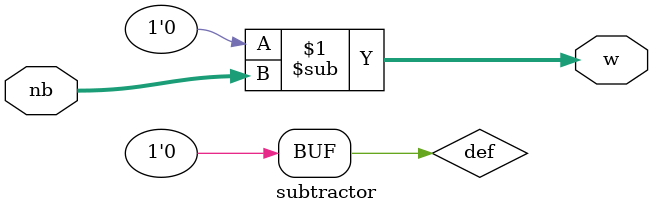
<source format=sv>
`timescale 1ns/1ns
module subtractor(input [5:0] nb, output [5:0] w);
	logic def = 64;
	assign w = def - nb;
endmodule

</source>
